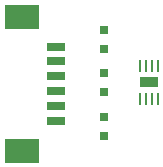
<source format=gtp>
G04*
G04 #@! TF.GenerationSoftware,Altium Limited,Altium Designer,19.1.5 (86)*
G04*
G04 Layer_Color=8421504*
%FSLAX25Y25*%
%MOIN*%
G70*
G01*
G75*
%ADD14R,0.06299X0.03543*%
%ADD15R,0.00984X0.03937*%
%ADD16R,0.06299X0.03150*%
%ADD17R,0.11811X0.08268*%
%ADD18R,0.03150X0.03150*%
D14*
X52000Y29500D02*
D03*
D15*
X49047Y23988D02*
D03*
X51016D02*
D03*
X52984D02*
D03*
X54953D02*
D03*
X49047Y35012D02*
D03*
X51016D02*
D03*
X52984D02*
D03*
X54953D02*
D03*
D16*
X21000Y41342D02*
D03*
Y36421D02*
D03*
Y31500D02*
D03*
Y26579D02*
D03*
Y21657D02*
D03*
Y16736D02*
D03*
D17*
X9583Y6697D02*
D03*
Y51382D02*
D03*
D18*
X37000Y47000D02*
D03*
Y40701D02*
D03*
Y32500D02*
D03*
Y26201D02*
D03*
Y18000D02*
D03*
Y11701D02*
D03*
M02*

</source>
